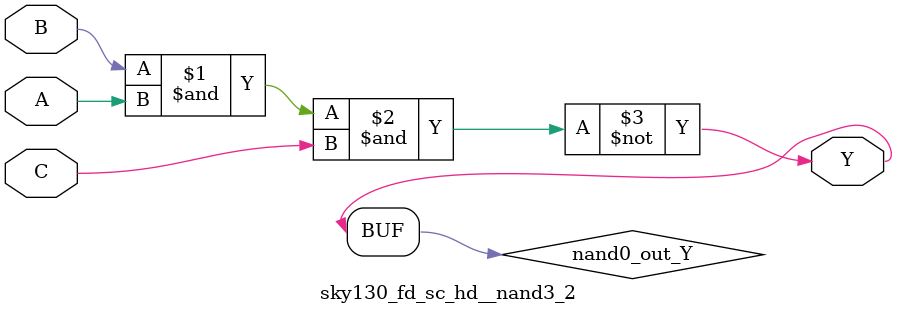
<source format=v>
/*
 * Copyright 2020 The SkyWater PDK Authors
 *
 * Licensed under the Apache License, Version 2.0 (the "License");
 * you may not use this file except in compliance with the License.
 * You may obtain a copy of the License at
 *
 *     https://www.apache.org/licenses/LICENSE-2.0
 *
 * Unless required by applicable law or agreed to in writing, software
 * distributed under the License is distributed on an "AS IS" BASIS,
 * WITHOUT WARRANTIES OR CONDITIONS OF ANY KIND, either express or implied.
 * See the License for the specific language governing permissions and
 * limitations under the License.
 *
 * SPDX-License-Identifier: Apache-2.0
*/


`ifndef SKY130_FD_SC_HD__NAND3_2_FUNCTIONAL_V
`define SKY130_FD_SC_HD__NAND3_2_FUNCTIONAL_V

/**
 * nand3: 3-input NAND.
 *
 * Verilog simulation functional model.
 */

`timescale 1ns / 1ps
`default_nettype none

`celldefine
module sky130_fd_sc_hd__nand3_2 (
    Y,
    A,
    B,
    C
);

    // Module ports
    output Y;
    input  A;
    input  B;
    input  C;

    // Local signals
    wire nand0_out_Y;

    //   Name   Output       Other arguments
    nand nand0 (nand0_out_Y, B, A, C        );
    buf  buf0  (Y          , nand0_out_Y    );

endmodule
`endcelldefine

`default_nettype wire
`endif  // SKY130_FD_SC_HD__NAND3_2_FUNCTIONAL_V

</source>
